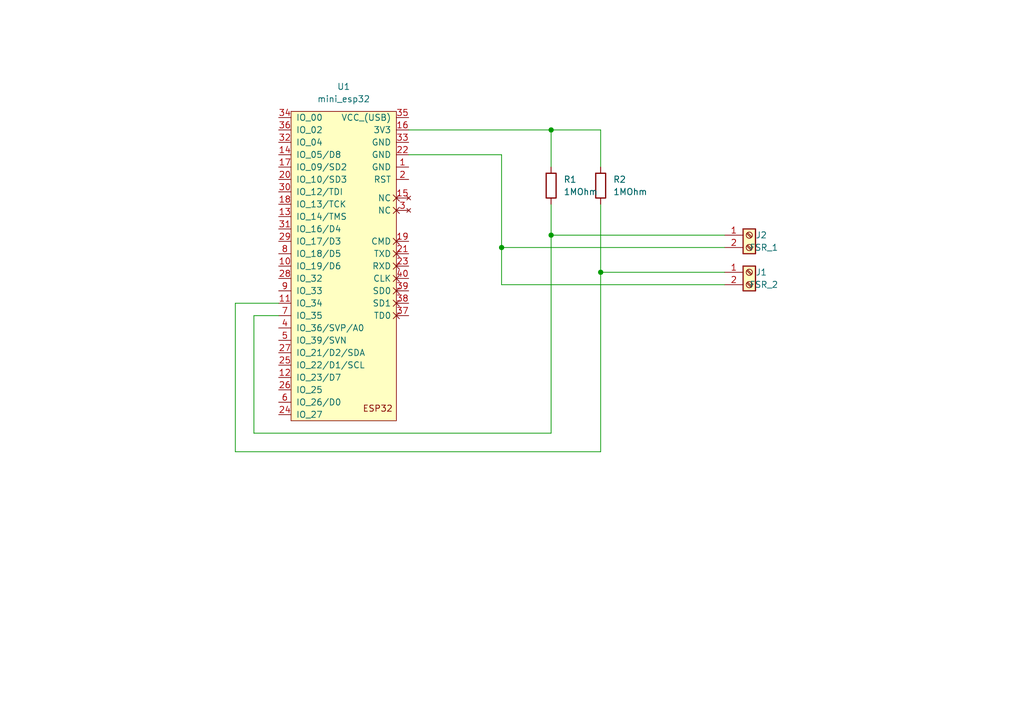
<source format=kicad_sch>
(kicad_sch (version 20211123) (generator eeschema)

  (uuid 5cd7aeb1-499b-49df-b56d-34b92f6989ce)

  (paper "A5")

  (title_block
    (title "Bed Occupancy Sensor")
    (date "2022-12-01")
    (rev "v1")
  )

  (lib_symbols
    (symbol "Connector:Screw_Terminal_01x02" (pin_names (offset 1.016) hide) (in_bom yes) (on_board yes)
      (property "Reference" "J" (id 0) (at 0 2.54 0)
        (effects (font (size 1.27 1.27)))
      )
      (property "Value" "Screw_Terminal_01x02" (id 1) (at 0 -5.08 0)
        (effects (font (size 1.27 1.27)))
      )
      (property "Footprint" "" (id 2) (at 0 0 0)
        (effects (font (size 1.27 1.27)) hide)
      )
      (property "Datasheet" "~" (id 3) (at 0 0 0)
        (effects (font (size 1.27 1.27)) hide)
      )
      (property "ki_keywords" "screw terminal" (id 4) (at 0 0 0)
        (effects (font (size 1.27 1.27)) hide)
      )
      (property "ki_description" "Generic screw terminal, single row, 01x02, script generated (kicad-library-utils/schlib/autogen/connector/)" (id 5) (at 0 0 0)
        (effects (font (size 1.27 1.27)) hide)
      )
      (property "ki_fp_filters" "TerminalBlock*:*" (id 6) (at 0 0 0)
        (effects (font (size 1.27 1.27)) hide)
      )
      (symbol "Screw_Terminal_01x02_1_1"
        (rectangle (start -1.27 1.27) (end 1.27 -3.81)
          (stroke (width 0.254) (type default) (color 0 0 0 0))
          (fill (type background))
        )
        (circle (center 0 -2.54) (radius 0.635)
          (stroke (width 0.1524) (type default) (color 0 0 0 0))
          (fill (type none))
        )
        (polyline
          (pts
            (xy -0.5334 -2.2098)
            (xy 0.3302 -3.048)
          )
          (stroke (width 0.1524) (type default) (color 0 0 0 0))
          (fill (type none))
        )
        (polyline
          (pts
            (xy -0.5334 0.3302)
            (xy 0.3302 -0.508)
          )
          (stroke (width 0.1524) (type default) (color 0 0 0 0))
          (fill (type none))
        )
        (polyline
          (pts
            (xy -0.3556 -2.032)
            (xy 0.508 -2.8702)
          )
          (stroke (width 0.1524) (type default) (color 0 0 0 0))
          (fill (type none))
        )
        (polyline
          (pts
            (xy -0.3556 0.508)
            (xy 0.508 -0.3302)
          )
          (stroke (width 0.1524) (type default) (color 0 0 0 0))
          (fill (type none))
        )
        (circle (center 0 0) (radius 0.635)
          (stroke (width 0.1524) (type default) (color 0 0 0 0))
          (fill (type none))
        )
        (pin passive line (at -5.08 0 0) (length 3.81)
          (name "Pin_1" (effects (font (size 1.27 1.27))))
          (number "1" (effects (font (size 1.27 1.27))))
        )
        (pin passive line (at -5.08 -2.54 0) (length 3.81)
          (name "Pin_2" (effects (font (size 1.27 1.27))))
          (number "2" (effects (font (size 1.27 1.27))))
        )
      )
    )
    (symbol "Device:R" (pin_numbers hide) (pin_names (offset 0)) (in_bom yes) (on_board yes)
      (property "Reference" "R" (id 0) (at 2.032 0 90)
        (effects (font (size 1.27 1.27)))
      )
      (property "Value" "R" (id 1) (at 0 0 90)
        (effects (font (size 1.27 1.27)))
      )
      (property "Footprint" "" (id 2) (at -1.778 0 90)
        (effects (font (size 1.27 1.27)) hide)
      )
      (property "Datasheet" "~" (id 3) (at 0 0 0)
        (effects (font (size 1.27 1.27)) hide)
      )
      (property "ki_keywords" "R res resistor" (id 4) (at 0 0 0)
        (effects (font (size 1.27 1.27)) hide)
      )
      (property "ki_description" "Resistor" (id 5) (at 0 0 0)
        (effects (font (size 1.27 1.27)) hide)
      )
      (property "ki_fp_filters" "R_*" (id 6) (at 0 0 0)
        (effects (font (size 1.27 1.27)) hide)
      )
      (symbol "R_0_1"
        (rectangle (start -1.016 -2.54) (end 1.016 2.54)
          (stroke (width 0.254) (type default) (color 0 0 0 0))
          (fill (type none))
        )
      )
      (symbol "R_1_1"
        (pin passive line (at 0 3.81 270) (length 1.27)
          (name "~" (effects (font (size 1.27 1.27))))
          (number "1" (effects (font (size 1.27 1.27))))
        )
        (pin passive line (at 0 -3.81 90) (length 1.27)
          (name "~" (effects (font (size 1.27 1.27))))
          (number "2" (effects (font (size 1.27 1.27))))
        )
      )
    )
    (symbol "ESP32_Mini:mini_esp32" (pin_names (offset 1.016)) (in_bom yes) (on_board yes)
      (property "Reference" "U" (id 0) (at -7.62 -50.8 0)
        (effects (font (size 1.27 1.27)))
      )
      (property "Value" "mini_esp32" (id 1) (at 5.08 -59.69 0)
        (effects (font (size 1.27 1.27)))
      )
      (property "Footprint" "" (id 2) (at 3.81 2.54 0)
        (effects (font (size 1.27 1.27)) hide)
      )
      (property "Datasheet" "" (id 3) (at 3.81 2.54 0)
        (effects (font (size 1.27 1.27)) hide)
      )
      (symbol "mini_esp32_0_0"
        (text "ESP32" (at 7.62 -62.23 0)
          (effects (font (size 1.27 1.27)))
        )
        (pin power_in line (at 13.97 -12.7 180) (length 2.54)
          (name "GND" (effects (font (size 1.27 1.27))))
          (number "1" (effects (font (size 1.27 1.27))))
        )
        (pin input line (at 13.97 -15.24 180) (length 2.54)
          (name "RST" (effects (font (size 1.27 1.27))))
          (number "2" (effects (font (size 1.27 1.27))))
        )
        (pin no_connect non_logic (at 13.97 -21.59 180) (length 2.54)
          (name "NC" (effects (font (size 1.27 1.27))))
          (number "3" (effects (font (size 1.27 1.27))))
        )
        (pin bidirectional line (at -12.7 -45.72 0) (length 2.54)
          (name "IO_36/SVP/A0" (effects (font (size 1.27 1.27))))
          (number "4" (effects (font (size 1.27 1.27))))
        )
        (pin bidirectional line (at -12.7 -48.26 0) (length 2.54)
          (name "IO_39/SVN" (effects (font (size 1.27 1.27))))
          (number "5" (effects (font (size 1.27 1.27))))
        )
      )
      (symbol "mini_esp32_0_1"
        (rectangle (start -10.16 -1.27) (end 11.43 -64.77)
          (stroke (width 0) (type default) (color 0 0 0 0))
          (fill (type background))
        )
      )
      (symbol "mini_esp32_1_1"
        (pin bidirectional line (at -12.7 -33.02 0) (length 2.54)
          (name "IO_19/D6" (effects (font (size 1.27 1.27))))
          (number "10" (effects (font (size 1.27 1.27))))
        )
        (pin bidirectional line (at -12.7 -40.64 0) (length 2.54)
          (name "IO_34" (effects (font (size 1.27 1.27))))
          (number "11" (effects (font (size 1.27 1.27))))
        )
        (pin bidirectional line (at -12.7 -55.88 0) (length 2.54)
          (name "IO_23/D7" (effects (font (size 1.27 1.27))))
          (number "12" (effects (font (size 1.27 1.27))))
        )
        (pin bidirectional line (at -12.7 -22.86 0) (length 2.54)
          (name "IO_14/TMS" (effects (font (size 1.27 1.27))))
          (number "13" (effects (font (size 1.27 1.27))))
        )
        (pin bidirectional line (at -12.7 -10.16 0) (length 2.54)
          (name "IO_05/D8" (effects (font (size 1.27 1.27))))
          (number "14" (effects (font (size 1.27 1.27))))
        )
        (pin no_connect non_logic (at 13.97 -19.05 180) (length 2.54)
          (name "NC" (effects (font (size 1.27 1.27))))
          (number "15" (effects (font (size 1.27 1.27))))
        )
        (pin power_in line (at 13.97 -5.08 180) (length 2.54)
          (name "3V3" (effects (font (size 1.27 1.27))))
          (number "16" (effects (font (size 1.27 1.27))))
        )
        (pin bidirectional line (at -12.7 -12.7 0) (length 2.54)
          (name "IO_09/SD2" (effects (font (size 1.27 1.27))))
          (number "17" (effects (font (size 1.27 1.27))))
        )
        (pin bidirectional line (at -12.7 -20.32 0) (length 2.54)
          (name "IO_13/TCK" (effects (font (size 1.27 1.27))))
          (number "18" (effects (font (size 1.27 1.27))))
        )
        (pin passive non_logic (at 13.97 -27.94 180) (length 2.54)
          (name "CMD" (effects (font (size 1.27 1.27))))
          (number "19" (effects (font (size 1.27 1.27))))
        )
        (pin bidirectional line (at -12.7 -15.24 0) (length 2.54)
          (name "IO_10/SD3" (effects (font (size 1.27 1.27))))
          (number "20" (effects (font (size 1.27 1.27))))
        )
        (pin passive non_logic (at 13.97 -30.48 180) (length 2.54)
          (name "TXD" (effects (font (size 1.27 1.27))))
          (number "21" (effects (font (size 1.27 1.27))))
        )
        (pin power_in line (at 13.97 -10.16 180) (length 2.54)
          (name "GND" (effects (font (size 1.27 1.27))))
          (number "22" (effects (font (size 1.27 1.27))))
        )
        (pin passive non_logic (at 13.97 -33.02 180) (length 2.54)
          (name "RXD" (effects (font (size 1.27 1.27))))
          (number "23" (effects (font (size 1.27 1.27))))
        )
        (pin bidirectional line (at -12.7 -63.5 0) (length 2.54)
          (name "IO_27" (effects (font (size 1.27 1.27))))
          (number "24" (effects (font (size 1.27 1.27))))
        )
        (pin bidirectional line (at -12.7 -53.34 0) (length 2.54)
          (name "IO_22/D1/SCL" (effects (font (size 1.27 1.27))))
          (number "25" (effects (font (size 1.27 1.27))))
        )
        (pin bidirectional line (at -12.7 -58.42 0) (length 2.54)
          (name "IO_25" (effects (font (size 1.27 1.27))))
          (number "26" (effects (font (size 1.27 1.27))))
        )
        (pin bidirectional line (at -12.7 -50.8 0) (length 2.54)
          (name "IO_21/D2/SDA" (effects (font (size 1.27 1.27))))
          (number "27" (effects (font (size 1.27 1.27))))
        )
        (pin bidirectional line (at -12.7 -35.56 0) (length 2.54)
          (name "IO_32" (effects (font (size 1.27 1.27))))
          (number "28" (effects (font (size 1.27 1.27))))
        )
        (pin bidirectional line (at -12.7 -27.94 0) (length 2.54)
          (name "IO_17/D3" (effects (font (size 1.27 1.27))))
          (number "29" (effects (font (size 1.27 1.27))))
        )
        (pin bidirectional line (at -12.7 -17.78 0) (length 2.54)
          (name "IO_12/TDI" (effects (font (size 1.27 1.27))))
          (number "30" (effects (font (size 1.27 1.27))))
        )
        (pin bidirectional line (at -12.7 -25.4 0) (length 2.54)
          (name "IO_16/D4" (effects (font (size 1.27 1.27))))
          (number "31" (effects (font (size 1.27 1.27))))
        )
        (pin bidirectional line (at -12.7 -7.62 0) (length 2.54)
          (name "IO_04" (effects (font (size 1.27 1.27))))
          (number "32" (effects (font (size 1.27 1.27))))
        )
        (pin power_in line (at 13.97 -7.62 180) (length 2.54)
          (name "GND" (effects (font (size 1.27 1.27))))
          (number "33" (effects (font (size 1.27 1.27))))
        )
        (pin bidirectional line (at -12.7 -2.54 0) (length 2.54)
          (name "IO_00" (effects (font (size 1.27 1.27))))
          (number "34" (effects (font (size 1.27 1.27))))
        )
        (pin power_in line (at 13.97 -2.54 180) (length 2.54)
          (name "VCC_(USB)" (effects (font (size 1.27 1.27))))
          (number "35" (effects (font (size 1.27 1.27))))
        )
        (pin bidirectional line (at -12.7 -5.08 0) (length 2.54)
          (name "IO_02" (effects (font (size 1.27 1.27))))
          (number "36" (effects (font (size 1.27 1.27))))
        )
        (pin passive non_logic (at 13.97 -43.18 180) (length 2.54)
          (name "TD0" (effects (font (size 1.27 1.27))))
          (number "37" (effects (font (size 1.27 1.27))))
        )
        (pin passive non_logic (at 13.97 -40.64 180) (length 2.54)
          (name "SD1" (effects (font (size 1.27 1.27))))
          (number "38" (effects (font (size 1.27 1.27))))
        )
        (pin passive non_logic (at 13.97 -38.1 180) (length 2.54)
          (name "SD0" (effects (font (size 1.27 1.27))))
          (number "39" (effects (font (size 1.27 1.27))))
        )
        (pin passive non_logic (at 13.97 -35.56 180) (length 2.54)
          (name "CLK" (effects (font (size 1.27 1.27))))
          (number "40" (effects (font (size 1.27 1.27))))
        )
        (pin bidirectional line (at -12.7 -60.96 0) (length 2.54)
          (name "IO_26/D0" (effects (font (size 1.27 1.27))))
          (number "6" (effects (font (size 1.27 1.27))))
        )
        (pin bidirectional line (at -12.7 -43.18 0) (length 2.54)
          (name "IO_35" (effects (font (size 1.27 1.27))))
          (number "7" (effects (font (size 1.27 1.27))))
        )
        (pin bidirectional line (at -12.7 -30.48 0) (length 2.54)
          (name "IO_18/D5" (effects (font (size 1.27 1.27))))
          (number "8" (effects (font (size 1.27 1.27))))
        )
        (pin bidirectional line (at -12.7 -38.1 0) (length 2.54)
          (name "IO_33" (effects (font (size 1.27 1.27))))
          (number "9" (effects (font (size 1.27 1.27))))
        )
      )
    )
  )

  (junction (at 113.03 26.67) (diameter 0) (color 0 0 0 0)
    (uuid 299a7834-a404-4763-b0fa-9a4321497db3)
  )
  (junction (at 102.87 50.8) (diameter 0) (color 0 0 0 0)
    (uuid 2c234904-8fa2-4e05-8ed1-57048ff1992c)
  )
  (junction (at 113.03 48.26) (diameter 0) (color 0 0 0 0)
    (uuid 628981d5-7177-4032-a346-30dc5a70dd36)
  )
  (junction (at 123.19 55.88) (diameter 0) (color 0 0 0 0)
    (uuid bab45837-0f54-4c0a-aab3-c123a1c47a82)
  )

  (wire (pts (xy 148.59 58.42) (xy 102.87 58.42))
    (stroke (width 0) (type default) (color 0 0 0 0))
    (uuid 01134b17-87cc-4115-86f3-eaf7d2ba94d9)
  )
  (wire (pts (xy 123.19 92.71) (xy 48.26 92.71))
    (stroke (width 0) (type default) (color 0 0 0 0))
    (uuid 0c613c40-f5cd-42ce-b5ea-e7013c397042)
  )
  (wire (pts (xy 148.59 48.26) (xy 113.03 48.26))
    (stroke (width 0) (type default) (color 0 0 0 0))
    (uuid 0edb0725-2ea4-4038-95b8-98c90c6096fe)
  )
  (wire (pts (xy 83.82 31.75) (xy 102.87 31.75))
    (stroke (width 0) (type default) (color 0 0 0 0))
    (uuid 15130595-5d12-496b-a8f1-b641a971d97e)
  )
  (wire (pts (xy 113.03 41.91) (xy 113.03 48.26))
    (stroke (width 0) (type default) (color 0 0 0 0))
    (uuid 1b106708-464c-4612-8519-f196ad98ce1d)
  )
  (wire (pts (xy 113.03 88.9) (xy 52.07 88.9))
    (stroke (width 0) (type default) (color 0 0 0 0))
    (uuid 205d969d-02db-45e6-9501-214b61f6d006)
  )
  (wire (pts (xy 48.26 92.71) (xy 48.26 62.23))
    (stroke (width 0) (type default) (color 0 0 0 0))
    (uuid 275effbe-c0a9-40f4-8aa2-e4ec9491e54c)
  )
  (wire (pts (xy 52.07 88.9) (xy 52.07 64.77))
    (stroke (width 0) (type default) (color 0 0 0 0))
    (uuid 2d9a6be2-1f89-4a0f-a15b-5df8626c9227)
  )
  (wire (pts (xy 123.19 55.88) (xy 148.59 55.88))
    (stroke (width 0) (type default) (color 0 0 0 0))
    (uuid 2eceb16a-61b7-4b6e-8bde-d65fae8023d7)
  )
  (wire (pts (xy 113.03 26.67) (xy 113.03 34.29))
    (stroke (width 0) (type default) (color 0 0 0 0))
    (uuid 323d9676-970c-447c-b9ab-14c051387273)
  )
  (wire (pts (xy 48.26 62.23) (xy 57.15 62.23))
    (stroke (width 0) (type default) (color 0 0 0 0))
    (uuid 3c8d7ac1-6f27-4a28-a5d3-a57289385fd4)
  )
  (wire (pts (xy 83.82 26.67) (xy 113.03 26.67))
    (stroke (width 0) (type default) (color 0 0 0 0))
    (uuid 3d9b67b2-afdc-44ae-b011-81cc6b17f6b1)
  )
  (wire (pts (xy 113.03 48.26) (xy 113.03 88.9))
    (stroke (width 0) (type default) (color 0 0 0 0))
    (uuid 45e86c9c-9540-4903-8f3e-a258f0b83caa)
  )
  (wire (pts (xy 52.07 64.77) (xy 57.15 64.77))
    (stroke (width 0) (type default) (color 0 0 0 0))
    (uuid 485ff097-f104-431c-8c7b-8845dfde3382)
  )
  (wire (pts (xy 123.19 26.67) (xy 123.19 34.29))
    (stroke (width 0) (type default) (color 0 0 0 0))
    (uuid 5284743b-92c8-4736-bf82-223c5154598e)
  )
  (wire (pts (xy 123.19 41.91) (xy 123.19 55.88))
    (stroke (width 0) (type default) (color 0 0 0 0))
    (uuid 5ab26bfa-f694-4592-a7c8-ff721e3da6fd)
  )
  (wire (pts (xy 113.03 26.67) (xy 123.19 26.67))
    (stroke (width 0) (type default) (color 0 0 0 0))
    (uuid b8ee9557-ad6b-4356-b32c-12af11353b0b)
  )
  (wire (pts (xy 102.87 50.8) (xy 102.87 58.42))
    (stroke (width 0) (type default) (color 0 0 0 0))
    (uuid e9d970b6-a75c-4c52-8a8b-d4dc2c66a766)
  )
  (wire (pts (xy 102.87 50.8) (xy 148.59 50.8))
    (stroke (width 0) (type default) (color 0 0 0 0))
    (uuid ea862dfb-7cf0-4988-9bfc-99963473272c)
  )
  (wire (pts (xy 123.19 55.88) (xy 123.19 92.71))
    (stroke (width 0) (type default) (color 0 0 0 0))
    (uuid f5f1a315-3218-4ba4-b271-6eb140886592)
  )
  (wire (pts (xy 102.87 31.75) (xy 102.87 50.8))
    (stroke (width 0) (type default) (color 0 0 0 0))
    (uuid fc13b124-0666-4107-aa9b-6e52d37df32f)
  )

  (symbol (lib_id "ESP32_Mini:mini_esp32") (at 69.85 21.59 0) (unit 1)
    (in_bom yes) (on_board yes) (fields_autoplaced)
    (uuid 07c47862-40a1-4c8a-b5c1-af5fb92beb2b)
    (property "Reference" "U1" (id 0) (at 70.485 17.78 0))
    (property "Value" "mini_esp32" (id 1) (at 70.485 20.32 0))
    (property "Footprint" "ESP32_mini:ESP32_mini" (id 2) (at 73.66 19.05 0)
      (effects (font (size 1.27 1.27)) hide)
    )
    (property "Datasheet" "" (id 3) (at 73.66 19.05 0)
      (effects (font (size 1.27 1.27)) hide)
    )
    (pin "1" (uuid bc58ffde-4f88-48ac-8cfe-2a9e412a40a7))
    (pin "2" (uuid eb4fec75-42c3-4ff8-a8cf-9b56ddaee51f))
    (pin "3" (uuid f8ef9254-5a10-4958-91c3-2effe131d686))
    (pin "4" (uuid 9d0d7793-6fd2-4be2-af84-5184be3233c1))
    (pin "5" (uuid 6b168939-b6e4-4fc6-9de4-a0a88c7195a6))
    (pin "10" (uuid b412807a-128a-4389-8975-611255f8f05f))
    (pin "11" (uuid faa36487-1492-4f6f-bae6-83c7f620fa88))
    (pin "12" (uuid 458f4528-a2e7-4c85-9454-e27098a26161))
    (pin "13" (uuid 54433d34-6c36-4523-a8fd-06554b48534a))
    (pin "14" (uuid 28057d97-094d-4a99-ab54-65e7a7e8b1d3))
    (pin "15" (uuid e3f462a2-cdbf-4872-adf5-fcffb4875c34))
    (pin "16" (uuid 5a6cc10e-8d45-46e3-bcbc-8788e414f23e))
    (pin "17" (uuid d4501a0f-c11b-4d9e-a355-953e8e886635))
    (pin "18" (uuid e63d9f29-3cc6-4903-9601-3c01af82c029))
    (pin "19" (uuid d78836a1-e033-4789-8f6f-a33445157414))
    (pin "20" (uuid 33750a8a-4092-4f04-869f-8a21bcadc9fb))
    (pin "21" (uuid 7f2c8e44-c228-4463-ad33-7cd3f7a53204))
    (pin "22" (uuid 2e1039f6-db84-487a-b384-ccb41e18a5bb))
    (pin "23" (uuid ceb117c9-c383-4d9a-bddf-61ffc5314f84))
    (pin "24" (uuid 316155fc-279f-48d0-a861-cb3c0eccf495))
    (pin "25" (uuid e660012c-8407-40c3-9219-7cc636d8d7b0))
    (pin "26" (uuid 654bc977-0001-40aa-ba05-11dbc7b3b1f9))
    (pin "27" (uuid 6bab1a08-4c51-4eb0-a863-3ad2a6528c4e))
    (pin "28" (uuid e122fed3-a131-48af-b97f-6633f73ed76a))
    (pin "29" (uuid 59d49b07-7dd2-41e7-b997-844b240bfcaf))
    (pin "30" (uuid 44fcb31a-579f-4539-bfc3-72f1ce1aa721))
    (pin "31" (uuid 4d0eab0f-64ef-42e7-885f-d03a34520ebb))
    (pin "32" (uuid f39c9d69-a30e-4775-a4ed-676d0c055fc6))
    (pin "33" (uuid 09810782-aede-4e65-b4e6-c39848fd3901))
    (pin "34" (uuid 56069e04-3672-4124-91a6-69e219ec3c25))
    (pin "35" (uuid 273b19b9-f1c2-4c8f-8bda-1a5245289dec))
    (pin "36" (uuid d8ab9c3d-cfb6-4c9f-87e2-4237595cb216))
    (pin "37" (uuid d238d542-8358-4d9e-b78e-b37070aa9f34))
    (pin "38" (uuid 7be4516c-5135-4d99-b6cf-dd75831aaca2))
    (pin "39" (uuid 560ad248-7633-41d9-a89b-e1bfd92ab7bd))
    (pin "40" (uuid 42f80441-b923-4e7a-a137-422f135c80f5))
    (pin "6" (uuid d4b1ff2e-8d68-4ce1-a681-81cbe2914cd4))
    (pin "7" (uuid f4e9e088-fb73-44a9-b308-74df1a0e01b5))
    (pin "8" (uuid e463cf7c-9392-4bee-b019-c185e0ba608f))
    (pin "9" (uuid e487bed6-cf8e-417d-adf4-08b930e45e34))
  )

  (symbol (lib_id "Device:R") (at 113.03 38.1 0) (unit 1)
    (in_bom yes) (on_board yes) (fields_autoplaced)
    (uuid 34513afa-65fd-4100-9268-ca482871ddd0)
    (property "Reference" "R1" (id 0) (at 115.57 36.8299 0)
      (effects (font (size 1.27 1.27)) (justify left))
    )
    (property "Value" "1MOhm" (id 1) (at 115.57 39.3699 0)
      (effects (font (size 1.27 1.27)) (justify left))
    )
    (property "Footprint" "Resistor_THT:R_Axial_DIN0207_L6.3mm_D2.5mm_P15.24mm_Horizontal" (id 2) (at 111.252 38.1 90)
      (effects (font (size 1.27 1.27)) hide)
    )
    (property "Datasheet" "~" (id 3) (at 113.03 38.1 0)
      (effects (font (size 1.27 1.27)) hide)
    )
    (pin "1" (uuid f5a98795-914a-4d50-8323-67bb219f443b))
    (pin "2" (uuid afd5dd4e-1825-4d3f-877d-1c36e1dc2cef))
  )

  (symbol (lib_id "Connector:Screw_Terminal_01x02") (at 153.67 48.26 0) (unit 1)
    (in_bom yes) (on_board yes)
    (uuid 3bd0023a-f089-407e-a041-ef365f6d614d)
    (property "Reference" "J2" (id 0) (at 154.94 48.2599 0)
      (effects (font (size 1.27 1.27)) (justify left))
    )
    (property "Value" "FSR_1" (id 1) (at 153.67 50.8 0)
      (effects (font (size 1.27 1.27)) (justify left))
    )
    (property "Footprint" "TerminalBlock:TerminalBlock_Altech_AK300-2_P5.00mm" (id 2) (at 153.67 48.26 0)
      (effects (font (size 1.27 1.27)) hide)
    )
    (property "Datasheet" "~" (id 3) (at 153.67 48.26 0)
      (effects (font (size 1.27 1.27)) hide)
    )
    (pin "1" (uuid c384e752-6dfd-4673-8405-bb3cf1aa06a1))
    (pin "2" (uuid 55f1bf78-0214-4f80-adf3-03a0563a9364))
  )

  (symbol (lib_id "Device:R") (at 123.19 38.1 0) (unit 1)
    (in_bom yes) (on_board yes) (fields_autoplaced)
    (uuid 3d4cb2b8-b9d4-4f01-8fe6-fc15b4eb5524)
    (property "Reference" "R2" (id 0) (at 125.73 36.8299 0)
      (effects (font (size 1.27 1.27)) (justify left))
    )
    (property "Value" "1MOhm" (id 1) (at 125.73 39.3699 0)
      (effects (font (size 1.27 1.27)) (justify left))
    )
    (property "Footprint" "Resistor_THT:R_Axial_DIN0207_L6.3mm_D2.5mm_P15.24mm_Horizontal" (id 2) (at 121.412 38.1 90)
      (effects (font (size 1.27 1.27)) hide)
    )
    (property "Datasheet" "~" (id 3) (at 123.19 38.1 0)
      (effects (font (size 1.27 1.27)) hide)
    )
    (pin "1" (uuid 428c872e-1072-4a71-bf05-a7df39d98dc1))
    (pin "2" (uuid f50080af-bdf8-48bc-879f-fa38a8e5f389))
  )

  (symbol (lib_id "Connector:Screw_Terminal_01x02") (at 153.67 55.88 0) (unit 1)
    (in_bom yes) (on_board yes)
    (uuid cffda6a0-0f23-4acc-9bf9-5bf7a873e0dc)
    (property "Reference" "J1" (id 0) (at 154.94 55.8799 0)
      (effects (font (size 1.27 1.27)) (justify left))
    )
    (property "Value" "FSR_2" (id 1) (at 153.67 58.42 0)
      (effects (font (size 1.27 1.27)) (justify left))
    )
    (property "Footprint" "TerminalBlock:TerminalBlock_Altech_AK300-2_P5.00mm" (id 2) (at 153.67 55.88 0)
      (effects (font (size 1.27 1.27)) hide)
    )
    (property "Datasheet" "~" (id 3) (at 153.67 55.88 0)
      (effects (font (size 1.27 1.27)) hide)
    )
    (pin "1" (uuid 77bb0419-8fdc-4a91-808a-5e463c02474c))
    (pin "2" (uuid 6f3a2ef9-1afb-4555-9ae2-d992c5d3acf1))
  )

  (sheet_instances
    (path "/" (page "1"))
  )

  (symbol_instances
    (path "/cffda6a0-0f23-4acc-9bf9-5bf7a873e0dc"
      (reference "J1") (unit 1) (value "FSR_2") (footprint "TerminalBlock:TerminalBlock_Altech_AK300-2_P5.00mm")
    )
    (path "/3bd0023a-f089-407e-a041-ef365f6d614d"
      (reference "J2") (unit 1) (value "FSR_1") (footprint "TerminalBlock:TerminalBlock_Altech_AK300-2_P5.00mm")
    )
    (path "/34513afa-65fd-4100-9268-ca482871ddd0"
      (reference "R1") (unit 1) (value "1MOhm") (footprint "Resistor_THT:R_Axial_DIN0207_L6.3mm_D2.5mm_P15.24mm_Horizontal")
    )
    (path "/3d4cb2b8-b9d4-4f01-8fe6-fc15b4eb5524"
      (reference "R2") (unit 1) (value "1MOhm") (footprint "Resistor_THT:R_Axial_DIN0207_L6.3mm_D2.5mm_P15.24mm_Horizontal")
    )
    (path "/07c47862-40a1-4c8a-b5c1-af5fb92beb2b"
      (reference "U1") (unit 1) (value "mini_esp32") (footprint "ESP32_mini:ESP32_mini")
    )
  )
)

</source>
